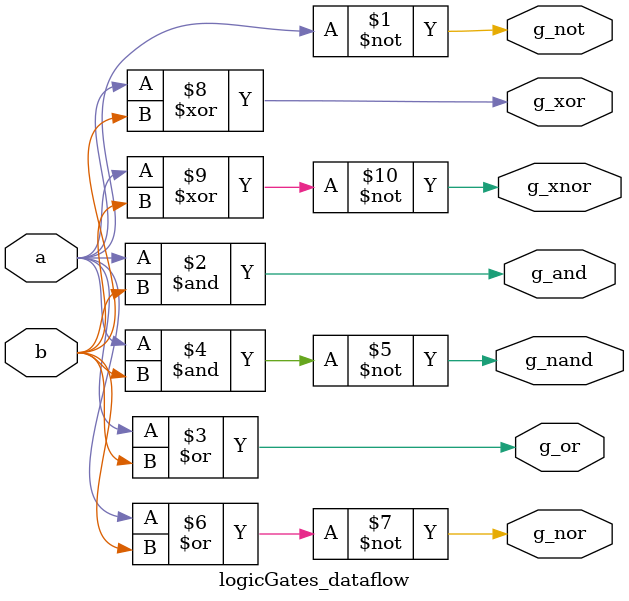
<source format=v>
`timescale 1ns / 1ps


module logicGates_dataflow(input a,
                           input b,
                           output g_not,
                           output g_and,
                           output g_or,
                           output g_nand,
                           output g_nor,
                           output g_xor,
                           output g_xnor
                            );
                            
     assign g_not = ~a;
     assign g_and = a & b;
     assign g_or = a | b;
     assign g_nand = ~(a&b);
     assign g_nor = ~(a|b);
     assign g_xor = a^b;
     assign g_xnor = ~(a^b);
                            
endmodule

</source>
